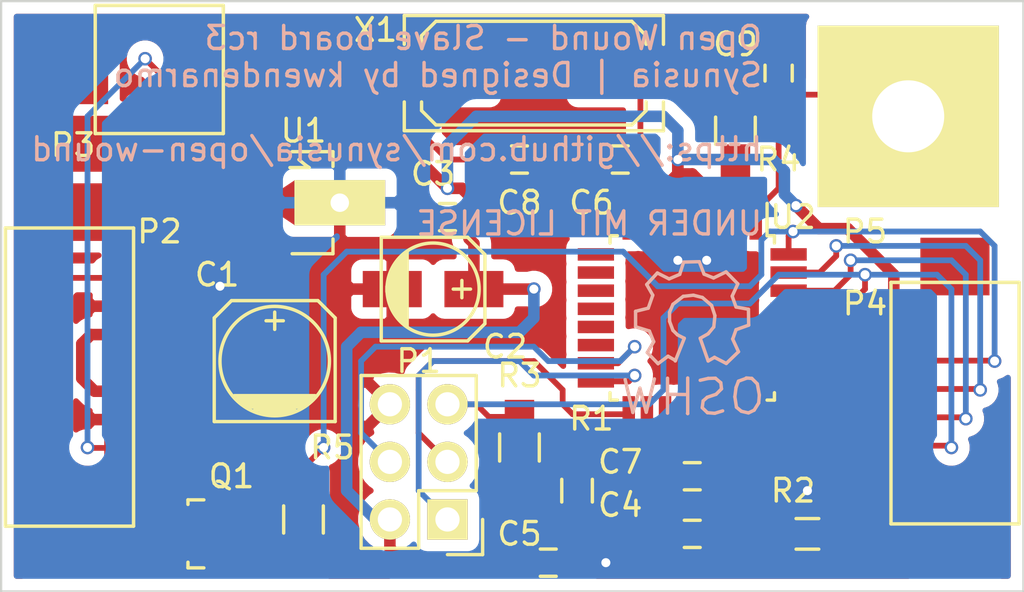
<source format=kicad_pcb>
(kicad_pcb (version 4) (host pcbnew 0.201505222246+5678~23~ubuntu14.04.1-product)
  (title_block (title "Open wound") (date "24 may 2015") (rev rc3) (company Synusia) (comment 1 "Under MIT License") (comment 4 "Slave layout"))
  (layers (0 F.Cu signal hide) (31 B.Cu signal hide) (34 B.Paste user hide) (35 F.Paste user hide) (36 B.SilkS user) (37 F.SilkS user hide) (38 B.Mask user hide) (39 F.Mask user hide) (44 Edge.Cuts user))
  (net 0 "")
  (net 1 VCC)
  (net 2 GND)
  (net 3 +5V)
  (net 4 +5VA)
  (net 5 GNDA)
  (net 6 "Net-(C6-Pad1)")
  (net 7 "Net-(C7-Pad1)")
  (net 8 "Net-(C8-Pad1)")
  (net 9 "Net-(C9-Pad1)")
  (net 10 "Net-(P1-Pad1)")
  (net 11 "Net-(P1-Pad3)")
  (net 12 "Net-(P1-Pad4)")
  (net 13 "Net-(P1-Pad5)")
  (net 14 "Net-(P2-Pad8)")
  (net 15 "Net-(P2-Pad2)")
  (net 16 "Net-(P4-Pad4)")
  (net 17 "Net-(P4-Pad3)")
  (net 18 "Net-(P4-Pad2)")
  (net 19 "Net-(Q1-Pad1)")
  (net 20 "Net-(R4-Pad2)")
  (net 21 "Net-(U2-Pad9)")
  (net 22 "Net-(U2-Pad10)")
  (net 23 "Net-(U2-Pad11)")
  (net 24 "Net-(U2-Pad12)")
  (net 25 "Net-(U2-Pad13)")
  (net 26 "Net-(U2-Pad14)")
  (net 27 "Net-(U2-Pad19)")
  (net 28 "Net-(U2-Pad22)")
  (net 29 "Net-(U2-Pad23)")
  (net 30 "Net-(U2-Pad24)")
  (net 31 "Net-(U2-Pad25)")
  (net 32 "Net-(U2-Pad26)")
  (net 33 "Net-(U2-Pad27)")
  (net 34 "Net-(U2-Pad28)")
  (module Capacitors_SMD:c_elec_5x5.3 (layer F.Cu) (at 139.065 105.41 90)
    (fp_text reference C1 (at 3.81 -2.54 180) (layer F.SilkS))
    (fp_text value 10uF hide)
    (fp_line (start -2.286 -0.635) (end -2.286 0.762) (layer F.SilkS) (width 0.15))
    (fp_line (start -2.159 -0.889) (end -2.159 0.889) (layer F.SilkS) (width 0.15))
    (fp_line (start -2.032 -1.27) (end -2.032 1.27) (layer F.SilkS) (width 0.15))
    (fp_line (start -1.905 1.397) (end -1.905 -1.397) (layer F.SilkS) (width 0.15))
    (fp_line (start -1.778 -1.524) (end -1.778 1.524) (layer F.SilkS) (width 0.15))
    (fp_line (start -1.651 1.651) (end -1.651 -1.651) (layer F.SilkS) (width 0.15))
    (fp_line (start -1.524 -1.778) (end -1.524 1.778) (layer F.SilkS) (width 0.15))
    (fp_circle (center 0 0) (end -2.413 0) (layer F.SilkS) (width 0.15))
    (fp_line (start -2.667 -2.667) (end 1.905 -2.667) (layer F.SilkS) (width 0.15))
    (fp_line (start 1.905 -2.667) (end 2.667 -1.905) (layer F.SilkS) (width 0.15))
    (fp_line (start 2.667 -1.905) (end 2.667 1.905) (layer F.SilkS) (width 0.15))
    (fp_line (start 2.667 1.905) (end 1.905 2.667) (layer F.SilkS) (width 0.15))
    (fp_line (start 1.905 2.667) (end -2.667 2.667) (layer F.SilkS) (width 0.15))
    (fp_line (start -2.667 2.667) (end -2.667 -2.667) (layer F.SilkS) (width 0.15))
    (fp_line (start 2.159 0) (end 1.397 0) (layer F.SilkS) (width 0.15))
    (fp_line (start 1.778 -0.381) (end 1.778 0.381) (layer F.SilkS) (width 0.15))
    (pad 1 smd rect (at 2.19964 0 90) (size 2.99974 1.6002) (layers F.Cu F.Paste F.Mask) (net 1 VCC))
    (pad 2 smd rect (at -2.19964 0 90) (size 2.99974 1.6002) (layers F.Cu F.Paste F.Mask) (net 2 GND))
  )
  (module Capacitors_SMD:c_elec_4x5.3 (layer F.Cu) (at 146.05 102.235)
    (fp_text reference C2 (at 3.175 2.54) (layer F.SilkS))
    (fp_text value 1uF hide)
    (fp_line (start 1.651 0) (end 0.889 0) (layer F.SilkS) (width 0.15))
    (fp_line (start 1.27 -0.381) (end 1.27 0.381) (layer F.SilkS) (width 0.15))
    (fp_line (start 1.524 2.286) (end -2.286 2.286) (layer F.SilkS) (width 0.15))
    (fp_line (start 2.286 -1.524) (end 2.286 1.524) (layer F.SilkS) (width 0.15))
    (fp_line (start 1.524 2.286) (end 2.286 1.524) (layer F.SilkS) (width 0.15))
    (fp_line (start 1.524 -2.286) (end -2.286 -2.286) (layer F.SilkS) (width 0.15))
    (fp_line (start 1.524 -2.286) (end 2.286 -1.524) (layer F.SilkS) (width 0.15))
    (fp_line (start -2.032 0.127) (end -2.032 -0.127) (layer F.SilkS) (width 0.15))
    (fp_line (start -1.905 -0.635) (end -1.905 0.635) (layer F.SilkS) (width 0.15))
    (fp_line (start -1.778 0.889) (end -1.778 -0.889) (layer F.SilkS) (width 0.15))
    (fp_line (start -1.651 1.143) (end -1.651 -1.143) (layer F.SilkS) (width 0.15))
    (fp_line (start -1.524 -1.27) (end -1.524 1.27) (layer F.SilkS) (width 0.15))
    (fp_line (start -1.397 1.397) (end -1.397 -1.397) (layer F.SilkS) (width 0.15))
    (fp_line (start -1.27 -1.524) (end -1.27 1.524) (layer F.SilkS) (width 0.15))
    (fp_line (start -1.143 -1.651) (end -1.143 1.651) (layer F.SilkS) (width 0.15))
    (fp_circle (center 0 0) (end -2.032 0) (layer F.SilkS) (width 0.15))
    (fp_line (start -2.286 -2.286) (end -2.286 2.286) (layer F.SilkS) (width 0.15))
    (pad 1 smd rect (at 1.80086 0) (size 2.60096 1.6002) (layers F.Cu F.Paste F.Mask) (net 3 +5V))
    (pad 2 smd rect (at -1.80086 0) (size 2.60096 1.6002) (layers F.Cu F.Paste F.Mask) (net 2 GND))
  )
  (module Capacitors_SMD:C_0603_HandSoldering (layer F.Cu) (at 146.685 99.06 180)
    (fp_text reference C3 (at 0.635 1.905 180) (layer F.SilkS))
    (fp_text value 10nF hide)
    (fp_line (start -0.35 -0.6) (end 0.35 -0.6) (layer F.SilkS) (width 0.15))
    (fp_line (start 0.35 0.6) (end -0.35 0.6) (layer F.SilkS) (width 0.15))
    (pad 1 smd rect (at -0.95 0 180) (size 1.2 0.75) (layers F.Cu F.Paste F.Mask) (net 3 +5V))
    (pad 2 smd rect (at 0.95 0 180) (size 1.2 0.75) (layers F.Cu F.Paste F.Mask) (net 2 GND))
  )
  (module Capacitors_SMD:C_0603_HandSoldering (layer F.Cu) (at 157.48 113.03)
    (fp_text reference C4 (at -3.175 -1.27) (layer F.SilkS))
    (fp_text value 100nF hide)
    (fp_line (start -0.35 -0.6) (end 0.35 -0.6) (layer F.SilkS) (width 0.15))
    (fp_line (start 0.35 0.6) (end -0.35 0.6) (layer F.SilkS) (width 0.15))
    (pad 1 smd rect (at -0.95 0) (size 1.2 0.75) (layers F.Cu F.Paste F.Mask) (net 4 +5VA))
    (pad 2 smd rect (at 0.95 0) (size 1.2 0.75) (layers F.Cu F.Paste F.Mask) (net 5 GNDA))
  )
  (module Capacitors_SMD:C_0603_HandSoldering (layer F.Cu) (at 151.13 114.3)
    (fp_text reference C5 (at -1.27 -1.27) (layer F.SilkS))
    (fp_text value 100nF hide)
    (fp_line (start -0.35 -0.6) (end 0.35 -0.6) (layer F.SilkS) (width 0.15))
    (fp_line (start 0.35 0.6) (end -0.35 0.6) (layer F.SilkS) (width 0.15))
    (pad 1 smd rect (at -0.95 0) (size 1.2 0.75) (layers F.Cu F.Paste F.Mask) (net 3 +5V))
    (pad 2 smd rect (at 0.95 0) (size 1.2 0.75) (layers F.Cu F.Paste F.Mask) (net 2 GND))
  )
  (module Capacitors_SMD:C_0603_HandSoldering (layer F.Cu) (at 154.305 96.52 180)
    (fp_text reference C6 (at 1.27 -1.905 180) (layer F.SilkS))
    (fp_text value 22pF hide)
    (fp_line (start -0.35 -0.6) (end 0.35 -0.6) (layer F.SilkS) (width 0.15))
    (fp_line (start 0.35 0.6) (end -0.35 0.6) (layer F.SilkS) (width 0.15))
    (pad 1 smd rect (at -0.95 0 180) (size 1.2 0.75) (layers F.Cu F.Paste F.Mask) (net 6 "Net-(C6-Pad1)"))
    (pad 2 smd rect (at 0.95 0 180) (size 1.2 0.75) (layers F.Cu F.Paste F.Mask) (net 2 GND))
  )
  (module Capacitors_SMD:C_0603_HandSoldering (layer F.Cu) (at 157.48 110.49)
    (fp_text reference C7 (at -3.175 -0.635) (layer F.SilkS))
    (fp_text value 100nF hide)
    (fp_line (start -0.35 -0.6) (end 0.35 -0.6) (layer F.SilkS) (width 0.15))
    (fp_line (start 0.35 0.6) (end -0.35 0.6) (layer F.SilkS) (width 0.15))
    (pad 1 smd rect (at -0.95 0) (size 1.2 0.75) (layers F.Cu F.Paste F.Mask) (net 7 "Net-(C7-Pad1)"))
    (pad 2 smd rect (at 0.95 0) (size 1.2 0.75) (layers F.Cu F.Paste F.Mask) (net 5 GNDA))
  )
  (module Capacitors_SMD:C_0603_HandSoldering (layer F.Cu) (at 149.86 96.52)
    (fp_text reference C8 (at 0 1.905) (layer F.SilkS))
    (fp_text value 22pF hide)
    (fp_line (start -0.35 -0.6) (end 0.35 -0.6) (layer F.SilkS) (width 0.15))
    (fp_line (start 0.35 0.6) (end -0.35 0.6) (layer F.SilkS) (width 0.15))
    (pad 1 smd rect (at -0.95 0) (size 1.2 0.75) (layers F.Cu F.Paste F.Mask) (net 8 "Net-(C8-Pad1)"))
    (pad 2 smd rect (at 0.95 0) (size 1.2 0.75) (layers F.Cu F.Paste F.Mask) (net 2 GND))
  )
  (module Capacitors_SMD:C_0603_HandSoldering (layer F.Cu) (at 161.29 92.71 90)
    (fp_text reference C9 (at 1.27 -1.905 180) (layer F.SilkS))
    (fp_text value 100pF hide)
    (fp_line (start -0.35 -0.6) (end 0.35 -0.6) (layer F.SilkS) (width 0.15))
    (fp_line (start 0.35 0.6) (end -0.35 0.6) (layer F.SilkS) (width 0.15))
    (pad 1 smd rect (at -0.95 0 90) (size 1.2 0.75) (layers F.Cu F.Paste F.Mask) (net 9 "Net-(C9-Pad1)"))
    (pad 2 smd rect (at 0.95 0 90) (size 1.2 0.75) (layers F.Cu F.Paste F.Mask) (net 2 GND))
  )
  (module Pin_Headers:Pin_Header_Straight_2x03 (layer F.Cu) (at 146.685 112.395 180)
    (fp_text reference P1 (at 1.27 6.985 180) (layer F.SilkS))
    (fp_text value AVRISP hide)
    (fp_line (start -1.27 1.27) (end -1.27 6.35) (layer F.SilkS) (width 0.15))
    (fp_line (start -1.55 -1.55) (end 0 -1.55) (layer F.SilkS) (width 0.15))
    (fp_line (start 1.27 -1.27) (end 1.27 1.27) (layer F.SilkS) (width 0.15))
    (fp_line (start 1.27 1.27) (end -1.27 1.27) (layer F.SilkS) (width 0.15))
    (fp_line (start -1.27 6.35) (end 3.81 6.35) (layer F.SilkS) (width 0.15))
    (fp_line (start 3.81 6.35) (end 3.81 1.27) (layer F.SilkS) (width 0.15))
    (fp_line (start -1.55 -1.55) (end -1.55 0) (layer F.SilkS) (width 0.15))
    (fp_line (start 3.81 -1.27) (end 1.27 -1.27) (layer F.SilkS) (width 0.15))
    (fp_line (start 3.81 1.27) (end 3.81 -1.27) (layer F.SilkS) (width 0.15))
    (pad 1 thru_hole rect (at 0 0 180) (size 1.778 1.778) (drill 1.0668) (layers *.Cu *.Mask F.SilkS) (net 10 "Net-(P1-Pad1)"))
    (pad 2 thru_hole circle (at 2.54 0 180) (size 1.778 1.778) (drill 1.0668) (layers *.Cu *.Mask F.SilkS) (net 3 +5V))
    (pad 3 thru_hole circle (at 0 2.54 180) (size 1.778 1.778) (drill 1.0668) (layers *.Cu *.Mask F.SilkS) (net 11 "Net-(P1-Pad3)"))
    (pad 4 thru_hole circle (at 2.54 2.54 180) (size 1.778 1.778) (drill 1.0668) (layers *.Cu *.Mask F.SilkS) (net 12 "Net-(P1-Pad4)"))
    (pad 5 thru_hole circle (at 0 5.08 180) (size 1.778 1.778) (drill 1.0668) (layers *.Cu *.Mask F.SilkS) (net 13 "Net-(P1-Pad5)"))
    (pad 6 thru_hole circle (at 2.54 5.08 180) (size 1.778 1.778) (drill 1.0668) (layers *.Cu *.Mask F.SilkS) (net 2 GND))
  )
  (module asrdi-conn:IL-Z-8PL-SMTYE (layer F.Cu) (at 133.35 110.49 180)
    (fp_text reference P2 (at -0.635 10.795 180) (layer F.SilkS))
    (fp_text value IO hide)
    (fp_line (start 0.51 -2.2) (end 6.16 -2.2) (layer F.SilkS) (width 0.1524))
    (fp_line (start 0.51 10.95) (end 0.51 -2.2) (layer F.SilkS) (width 0.1524))
    (fp_line (start 6.16 -2.2) (end 6.16 10.95) (layer F.SilkS) (width 0.1524))
    (fp_line (start 0.51 10.95) (end 6.16 10.95) (layer F.SilkS) (width 0.1524))
    (pad 0 smd rect (at 3.33 11.65 180) (size 3.048 2.54) (layers F.Cu F.Paste F.Mask))
    (pad 8 smd rect (at 0 8.75 180) (size 3.6068 0.8128) (layers F.Cu F.Paste F.Mask) (net 14 "Net-(P2-Pad8)"))
    (pad 7 smd rect (at 0 7.5 180) (size 3.6068 0.8128) (layers F.Cu F.Paste F.Mask) (net 2 GND))
    (pad 6 smd rect (at 0 6.25 180) (size 3.6068 0.8128) (layers F.Cu F.Paste F.Mask) (net 1 VCC))
    (pad 5 smd rect (at 0 5 180) (size 3.6068 0.8128) (layers F.Cu F.Paste F.Mask) (net 2 GND))
    (pad 4 smd rect (at 0 3.75 180) (size 3.6068 0.8128) (layers F.Cu F.Paste F.Mask) (net 1 VCC))
    (pad 3 smd rect (at 0 2.5 180) (size 3.6068 0.8128) (layers F.Cu F.Paste F.Mask) (net 2 GND))
    (pad 2 smd rect (at 0 1.25 180) (size 3.6068 0.8128) (layers F.Cu F.Paste F.Mask) (net 15 "Net-(P2-Pad2)"))
    (pad 1 smd rect (at 0 0 180) (size 3.6068 0.8128) (layers F.Cu F.Paste F.Mask) (net 2 GND))
    (pad 0 smd rect (at 3.33 -2.9 180) (size 3.048 2.54) (layers F.Cu F.Paste F.Mask))
  )
  (module asrdi-conn:IL-Z-2PL-SMTYE (layer F.Cu) (at 133.35 95.885 90)
    (fp_text reference P3 (at 0 -3.175 180) (layer F.SilkS))
    (fp_text value PIEZO hide)
    (fp_line (start 0.51 -2.2) (end 6.16 -2.2) (layer F.SilkS) (width 0.1524))
    (fp_line (start 0.51 3.45) (end 0.51 -2.2) (layer F.SilkS) (width 0.1524))
    (fp_line (start 6.16 -2.2) (end 6.16 3.45) (layer F.SilkS) (width 0.1524))
    (fp_line (start 0.51 3.45) (end 6.16 3.45) (layer F.SilkS) (width 0.1524))
    (pad 0 smd rect (at 3.33 4.15 90) (size 3.048 2.54) (layers F.Cu F.Paste F.Mask))
    (pad 2 smd rect (at 0 1.25 90) (size 3.6068 0.8128) (layers F.Cu F.Paste F.Mask) (net 15 "Net-(P2-Pad2)"))
    (pad 1 smd rect (at 0 0 90) (size 3.6068 0.8128) (layers F.Cu F.Paste F.Mask) (net 2 GND))
    (pad 0 smd rect (at 3.33 -2.9 90) (size 3.048 2.54) (layers F.Cu F.Paste F.Mask))
  )
  (module asrdi-conn:IL-Z-6PL-SMTYE (layer F.Cu) (at 165.735 104.14)
    (fp_text reference P4 (at -0.635 -1.27) (layer F.SilkS))
    (fp_text value DEBUG hide)
    (fp_line (start 0.51 -2.2) (end 6.16 -2.2) (layer F.SilkS) (width 0.1524))
    (fp_line (start 0.51 -2.2) (end 0.51 8.45) (layer F.SilkS) (width 0.1524))
    (fp_line (start 6.16 -2.2) (end 6.16 8.45) (layer F.SilkS) (width 0.1524))
    (fp_line (start 6.16 8.45) (end 0.51 8.45) (layer F.SilkS) (width 0.1524))
    (pad 0 smd rect (at 3.33 -2.9) (size 3.048 2.54) (layers F.Cu F.Paste F.Mask))
    (pad 6 smd rect (at 0 6.25) (size 3.6068 0.8128) (layers F.Cu F.Paste F.Mask) (net 2 GND))
    (pad 5 smd rect (at 0 5) (size 3.6068 0.8128) (layers F.Cu F.Paste F.Mask) (net 13 "Net-(P1-Pad5)"))
    (pad 4 smd rect (at 0 3.75) (size 3.6068 0.8128) (layers F.Cu F.Paste F.Mask) (net 16 "Net-(P4-Pad4)"))
    (pad 3 smd rect (at 0 2.5) (size 3.6068 0.8128) (layers F.Cu F.Paste F.Mask) (net 17 "Net-(P4-Pad3)"))
    (pad 2 smd rect (at 0 1.25) (size 3.6068 0.8128) (layers F.Cu F.Paste F.Mask) (net 18 "Net-(P4-Pad2)"))
    (pad 1 smd rect (at 0 0) (size 3.6068 0.8128) (layers F.Cu F.Paste F.Mask) (net 3 +5V))
    (pad 0 smd rect (at 3.33 9.15) (size 3.048 2.54) (layers F.Cu F.Paste F.Mask))
  )
  (module Wire_Pads:SolderWirePad_single_2mmDrill (layer F.Cu) (at 167.005 94.615)
    (fp_text reference P5 (at -1.905 5.08) (layer F.SilkS))
    (fp_text value SENSE hide)
    (pad 1 thru_hole rect (at 0 0) (size 8.001 8.001) (drill 3.175) (layers *.Cu *.Mask F.SilkS) (net 9 "Net-(C9-Pad1)"))
  )
  (module Housings_SOT-23_SOT-143_TSOT-6:SOT-23_Handsoldering (layer F.Cu) (at 135.89 113.03 90)
    (fp_text reference Q1 (at 2.54 1.27 180) (layer F.SilkS))
    (fp_text value BC847 hide)
    (fp_line (start -1.49982 0.0508) (end -1.49982 -0.65024) (layer F.SilkS) (width 0.15))
    (fp_line (start -1.49982 -0.65024) (end -1.2509 -0.65024) (layer F.SilkS) (width 0.15))
    (fp_line (start 1.29916 -0.65024) (end 1.49982 -0.65024) (layer F.SilkS) (width 0.15))
    (fp_line (start 1.49982 -0.65024) (end 1.49982 0.0508) (layer F.SilkS) (width 0.15))
    (pad 1 smd rect (at -0.95 1.50114 90) (size 0.8001 1.80086) (layers F.Cu F.Paste F.Mask) (net 19 "Net-(Q1-Pad1)"))
    (pad 2 smd rect (at 0.95 1.50114 90) (size 0.8001 1.80086) (layers F.Cu F.Paste F.Mask) (net 2 GND))
    (pad 3 smd rect (at 0 -1.50114 90) (size 0.8001 1.80086) (layers F.Cu F.Paste F.Mask) (net 14 "Net-(P2-Pad8)"))
  )
  (module Resistors_SMD:R_0603_HandSoldering (layer F.Cu) (at 152.4 111.125 270)
    (fp_text reference R1 (at -3.175 -0.635 360) (layer F.SilkS))
    (fp_text value 10r hide)
    (fp_line (start 0.5 0.675) (end -0.5 0.675) (layer F.SilkS) (width 0.15))
    (fp_line (start -0.5 -0.675) (end 0.5 -0.675) (layer F.SilkS) (width 0.15))
    (pad 1 smd rect (at -1.1 0 270) (size 1.2 0.9) (layers F.Cu F.Paste F.Mask) (net 3 +5V))
    (pad 2 smd rect (at 1.1 0 270) (size 1.2 0.9) (layers F.Cu F.Paste F.Mask) (net 4 +5VA))
  )
  (module Resistors_SMD:R_0603_HandSoldering (layer F.Cu) (at 162.56 113.03 180)
    (fp_text reference R2 (at 0.635 1.905 180) (layer F.SilkS))
    (fp_text value 10r hide)
    (fp_line (start 0.5 0.675) (end -0.5 0.675) (layer F.SilkS) (width 0.15))
    (fp_line (start -0.5 -0.675) (end 0.5 -0.675) (layer F.SilkS) (width 0.15))
    (pad 1 smd rect (at -1.1 0 180) (size 1.2 0.9) (layers F.Cu F.Paste F.Mask) (net 2 GND))
    (pad 2 smd rect (at 1.1 0 180) (size 1.2 0.9) (layers F.Cu F.Paste F.Mask) (net 5 GNDA))
  )
  (module Resistors_SMD:R_0805_HandSoldering (layer F.Cu) (at 149.86 109.22 90)
    (fp_text reference R3 (at 3.175 0 180) (layer F.SilkS))
    (fp_text value 10k hide)
    (fp_line (start 0.6 0.875) (end -0.6 0.875) (layer F.SilkS) (width 0.15))
    (fp_line (start -0.6 -0.875) (end 0.6 -0.875) (layer F.SilkS) (width 0.15))
    (pad 1 smd rect (at -1.35 0 90) (size 1.5 1.3) (layers F.Cu F.Paste F.Mask) (net 3 +5V))
    (pad 2 smd rect (at 1.35 0 90) (size 1.5 1.3) (layers F.Cu F.Paste F.Mask) (net 13 "Net-(P1-Pad5)"))
  )
  (module Resistors_SMD:R_0805_HandSoldering (layer F.Cu) (at 159.385 95.25 270)
    (fp_text reference R4 (at 1.27 -1.905 360) (layer F.SilkS))
    (fp_text value 1M hide)
    (fp_line (start 0.6 0.875) (end -0.6 0.875) (layer F.SilkS) (width 0.15))
    (fp_line (start -0.6 -0.875) (end 0.6 -0.875) (layer F.SilkS) (width 0.15))
    (pad 1 smd rect (at -1.35 0 270) (size 1.5 1.3) (layers F.Cu F.Paste F.Mask) (net 9 "Net-(C9-Pad1)"))
    (pad 2 smd rect (at 1.35 0 270) (size 1.5 1.3) (layers F.Cu F.Paste F.Mask) (net 20 "Net-(R4-Pad2)"))
  )
  (module Resistors_SMD:R_0805_HandSoldering (layer F.Cu) (at 140.335 112.395 270)
    (fp_text reference R5 (at -3.175 -1.27 360) (layer F.SilkS))
    (fp_text value 2k2 hide)
    (fp_line (start 0.6 0.875) (end -0.6 0.875) (layer F.SilkS) (width 0.15))
    (fp_line (start -0.6 -0.875) (end 0.6 -0.875) (layer F.SilkS) (width 0.15))
    (pad 1 smd rect (at -1.35 0 270) (size 1.5 1.3) (layers F.Cu F.Paste F.Mask) (net 18 "Net-(P4-Pad2)"))
    (pad 2 smd rect (at 1.35 0 270) (size 1.5 1.3) (layers F.Cu F.Paste F.Mask) (net 19 "Net-(Q1-Pad1)"))
  )
  (module Housings_SOT-89:SOT89-3_Housing_Handsoldering (layer F.Cu) (at 140.335 98.425 270)
    (fp_text reference U1 (at -3.175 0 360) (layer F.SilkS))
    (fp_text value LM78L05ACZ hide)
    (fp_line (start -1.89992 0.20066) (end -1.651 -0.09906) (layer F.SilkS) (width 0.15))
    (fp_line (start -1.651 -0.09906) (end -1.5494 -0.24892) (layer F.SilkS) (width 0.15))
    (fp_line (start -1.5494 -0.24892) (end -1.5494 0.59944) (layer F.SilkS) (width 0.15))
    (fp_line (start -2.25044 -1.30048) (end -2.25044 0.50038) (layer F.SilkS) (width 0.15))
    (fp_line (start -2.25044 -1.30048) (end -1.6002 -1.30048) (layer F.SilkS) (width 0.15))
    (fp_line (start 2.25044 -1.30048) (end 2.25044 0.50038) (layer F.SilkS) (width 0.15))
    (fp_line (start 2.25044 -1.30048) (end 1.6002 -1.30048) (layer F.SilkS) (width 0.15))
    (pad 1 smd rect (at -1.50114 2.35204 270) (size 1.00076 2.5019) (layers F.Cu F.Paste F.Mask) (net 3 +5V))
    (pad 2 smd rect (at 0 2.35204 270) (size 1.00076 2.5019) (layers F.Cu F.Paste F.Mask) (net 2 GND))
    (pad 3 smd rect (at 1.50114 2.35204 270) (size 1.00076 2.5019) (layers F.Cu F.Paste F.Mask) (net 1 VCC))
    (pad 2 thru_hole rect (at 0 -1.6002 270) (size 1.99898 4.0005) (drill 0.8128) (layers *.Cu *.Mask F.SilkS) (net 2 GND))
    (pad 2 smd trapezoid (at 0 0.7493 90) (size 1.50114 0.7493) (rect_delta 0 0.50038) (layers F.Cu F.Paste F.Mask) (net 2 GND))
  )
  (module Housings_QFP:TQFP-32_7x7mm_Pitch0.8mm (layer F.Cu) (at 157.48 103.505 270)
    (fp_text reference U2 (at -4.445 -4.445 360) (layer F.SilkS))
    (fp_text value ATMEGA328P-A hide)
    (fp_line (start -3.625 -3.625) (end -3.625 -3.3) (layer F.SilkS) (width 0.15))
    (fp_line (start 3.625 -3.625) (end 3.625 -3.3) (layer F.SilkS) (width 0.15))
    (fp_line (start 3.625 3.625) (end 3.625 3.3) (layer F.SilkS) (width 0.15))
    (fp_line (start -3.625 3.625) (end -3.625 3.3) (layer F.SilkS) (width 0.15))
    (fp_line (start -3.625 -3.625) (end -3.3 -3.625) (layer F.SilkS) (width 0.15))
    (fp_line (start -3.625 3.625) (end -3.3 3.625) (layer F.SilkS) (width 0.15))
    (fp_line (start 3.625 3.625) (end 3.3 3.625) (layer F.SilkS) (width 0.15))
    (fp_line (start 3.625 -3.625) (end 3.3 -3.625) (layer F.SilkS) (width 0.15))
    (fp_line (start -3.625 -3.3) (end -5.05 -3.3) (layer F.SilkS) (width 0.15))
    (pad 1 smd rect (at -4.25 -2.8 270) (size 1.6 0.55) (layers F.Cu F.Paste F.Mask) (net 9 "Net-(C9-Pad1)"))
    (pad 2 smd rect (at -4.25 -2 270) (size 1.6 0.55) (layers F.Cu F.Paste F.Mask) (net 20 "Net-(R4-Pad2)"))
    (pad 3 smd rect (at -4.25 -1.2 270) (size 1.6 0.55) (layers F.Cu F.Paste F.Mask) (net 2 GND))
    (pad 4 smd rect (at -4.25 -0.4 270) (size 1.6 0.55) (layers F.Cu F.Paste F.Mask) (net 3 +5V))
    (pad 5 smd rect (at -4.25 0.4 270) (size 1.6 0.55) (layers F.Cu F.Paste F.Mask) (net 2 GND))
    (pad 6 smd rect (at -4.25 1.2 270) (size 1.6 0.55) (layers F.Cu F.Paste F.Mask) (net 3 +5V))
    (pad 7 smd rect (at -4.25 2 270) (size 1.6 0.55) (layers F.Cu F.Paste F.Mask) (net 6 "Net-(C6-Pad1)"))
    (pad 8 smd rect (at -4.25 2.8 270) (size 1.6 0.55) (layers F.Cu F.Paste F.Mask) (net 8 "Net-(C8-Pad1)"))
    (pad 9 smd rect (at -2.8 4.25) (size 1.6 0.55) (layers F.Cu F.Paste F.Mask) (net 21 "Net-(U2-Pad9)"))
    (pad 10 smd rect (at -2 4.25) (size 1.6 0.55) (layers F.Cu F.Paste F.Mask) (net 22 "Net-(U2-Pad10)"))
    (pad 11 smd rect (at -1.2 4.25) (size 1.6 0.55) (layers F.Cu F.Paste F.Mask) (net 23 "Net-(U2-Pad11)"))
    (pad 12 smd rect (at -0.4 4.25) (size 1.6 0.55) (layers F.Cu F.Paste F.Mask) (net 24 "Net-(U2-Pad12)"))
    (pad 13 smd rect (at 0.4 4.25) (size 1.6 0.55) (layers F.Cu F.Paste F.Mask) (net 25 "Net-(U2-Pad13)"))
    (pad 14 smd rect (at 1.2 4.25) (size 1.6 0.55) (layers F.Cu F.Paste F.Mask) (net 26 "Net-(U2-Pad14)"))
    (pad 15 smd rect (at 2 4.25) (size 1.6 0.55) (layers F.Cu F.Paste F.Mask) (net 12 "Net-(P1-Pad4)"))
    (pad 16 smd rect (at 2.8 4.25) (size 1.6 0.55) (layers F.Cu F.Paste F.Mask) (net 10 "Net-(P1-Pad1)"))
    (pad 17 smd rect (at 4.25 2.8 270) (size 1.6 0.55) (layers F.Cu F.Paste F.Mask) (net 11 "Net-(P1-Pad3)"))
    (pad 18 smd rect (at 4.25 2 270) (size 1.6 0.55) (layers F.Cu F.Paste F.Mask) (net 4 +5VA))
    (pad 19 smd rect (at 4.25 1.2 270) (size 1.6 0.55) (layers F.Cu F.Paste F.Mask) (net 27 "Net-(U2-Pad19)"))
    (pad 20 smd rect (at 4.25 0.4 270) (size 1.6 0.55) (layers F.Cu F.Paste F.Mask) (net 7 "Net-(C7-Pad1)"))
    (pad 21 smd rect (at 4.25 -0.4 270) (size 1.6 0.55) (layers F.Cu F.Paste F.Mask) (net 5 GNDA))
    (pad 22 smd rect (at 4.25 -1.2 270) (size 1.6 0.55) (layers F.Cu F.Paste F.Mask) (net 28 "Net-(U2-Pad22)"))
    (pad 23 smd rect (at 4.25 -2 270) (size 1.6 0.55) (layers F.Cu F.Paste F.Mask) (net 29 "Net-(U2-Pad23)"))
    (pad 24 smd rect (at 4.25 -2.8 270) (size 1.6002 0.5588) (layers F.Cu F.Paste F.Mask) (net 30 "Net-(U2-Pad24)"))
    (pad 25 smd rect (at 2.8 -4.25) (size 1.6 0.55) (layers F.Cu F.Paste F.Mask) (net 31 "Net-(U2-Pad25)"))
    (pad 26 smd rect (at 2 -4.25) (size 1.6 0.55) (layers F.Cu F.Paste F.Mask) (net 32 "Net-(U2-Pad26)"))
    (pad 27 smd rect (at 1.2 -4.25) (size 1.6 0.55) (layers F.Cu F.Paste F.Mask) (net 33 "Net-(U2-Pad27)"))
    (pad 28 smd rect (at 0.4 -4.25) (size 1.6 0.55) (layers F.Cu F.Paste F.Mask) (net 34 "Net-(U2-Pad28)"))
    (pad 29 smd rect (at -0.4 -4.25) (size 1.6 0.55) (layers F.Cu F.Paste F.Mask) (net 13 "Net-(P1-Pad5)"))
    (pad 30 smd rect (at -1.2 -4.25) (size 1.6 0.55) (layers F.Cu F.Paste F.Mask) (net 16 "Net-(P4-Pad4)"))
    (pad 31 smd rect (at -2 -4.25) (size 1.6 0.55) (layers F.Cu F.Paste F.Mask) (net 17 "Net-(P4-Pad3)"))
    (pad 32 smd rect (at -2.8 -4.25) (size 1.6 0.55) (layers F.Cu F.Paste F.Mask) (net 18 "Net-(P4-Pad2)"))
  )
  (module Crystals_Oscillators_SMD:Q_49U3HMS (layer F.Cu) (at 150.495 92.71)
    (fp_text reference X1 (at -6.985 -1.905) (layer F.SilkS))
    (fp_text value 16MHz hide)
    (fp_line (start -4.953 -1.651) (end -4.953 -1.27) (layer F.SilkS) (width 0.15))
    (fp_line (start -4.953 1.651) (end -4.953 1.27) (layer F.SilkS) (width 0.15))
    (fp_line (start 4.953 1.651) (end 4.953 1.27) (layer F.SilkS) (width 0.15))
    (fp_line (start 4.953 -1.651) (end 4.953 -1.27) (layer F.SilkS) (width 0.15))
    (fp_line (start 5.715 -2.54) (end 5.715 -1.27) (layer F.SilkS) (width 0.15))
    (fp_line (start 5.715 2.54) (end 5.715 1.27) (layer F.SilkS) (width 0.15))
    (fp_line (start -5.715 2.54) (end -5.715 1.27) (layer F.SilkS) (width 0.15))
    (fp_line (start -5.715 -2.54) (end -5.715 -1.27) (layer F.SilkS) (width 0.15))
    (fp_line (start -4.953 1.651) (end -4.318 2.286) (layer F.SilkS) (width 0.15))
    (fp_line (start -4.318 2.286) (end 4.318 2.286) (layer F.SilkS) (width 0.15))
    (fp_line (start 4.318 2.286) (end 4.953 1.651) (layer F.SilkS) (width 0.15))
    (fp_line (start 4.953 -1.651) (end 4.318 -2.286) (layer F.SilkS) (width 0.15))
    (fp_line (start 4.318 -2.286) (end -4.318 -2.286) (layer F.SilkS) (width 0.15))
    (fp_line (start -4.318 -2.286) (end -4.953 -1.651) (layer F.SilkS) (width 0.15))
    (fp_line (start 5.715 2.54) (end -5.715 2.54) (layer F.SilkS) (width 0.15))
    (fp_line (start -5.715 -2.54) (end 5.715 -2.54) (layer F.SilkS) (width 0.15))
    (pad 1 smd rect (at -4.699 0) (size 5.4991 1.99898) (layers F.Cu F.Paste F.Mask) (net 8 "Net-(C8-Pad1)"))
    (pad 2 smd rect (at 4.699 0) (size 5.4991 1.99898) (layers F.Cu F.Paste F.Mask) (net 6 "Net-(C6-Pad1)"))
  )
  (module Symbols:Symbol_OSHW-Logo_SilkScreen (layer B.Cu) (at 157.48 103.505 180)
    (fp_text reference REF** hide)
    (fp_text value Symbol_OSHW-Logo_SilkScreen)
    (fp_line (start 1.66878 -2.68986) (end 2.02946 -4.16052) (layer B.SilkS) (width 0.15))
    (fp_line (start 2.02946 -4.16052) (end 2.30886 -3.0988) (layer B.SilkS) (width 0.15))
    (fp_line (start 2.30886 -3.0988) (end 2.61874 -4.17068) (layer B.SilkS) (width 0.15))
    (fp_line (start 2.61874 -4.17068) (end 2.9591 -2.72034) (layer B.SilkS) (width 0.15))
    (fp_line (start 0.24892 -3.38074) (end 1.03886 -3.37058) (layer B.SilkS) (width 0.15))
    (fp_line (start 1.03886 -3.37058) (end 1.04902 -3.38074) (layer B.SilkS) (width 0.15))
    (fp_line (start 1.04902 -3.38074) (end 1.04902 -3.37058) (layer B.SilkS) (width 0.15))
    (fp_line (start 1.08966 -2.65938) (end 1.08966 -4.20116) (layer B.SilkS) (width 0.15))
    (fp_line (start 0.20066 -2.64922) (end 0.20066 -4.21894) (layer B.SilkS) (width 0.15))
    (fp_line (start 0.20066 -4.21894) (end 0.21082 -4.20878) (layer B.SilkS) (width 0.15))
    (fp_line (start -0.35052 -2.75082) (end -0.70104 -2.66954) (layer B.SilkS) (width 0.15))
    (fp_line (start -0.70104 -2.66954) (end -1.02108 -2.65938) (layer B.SilkS) (width 0.15))
    (fp_line (start -1.02108 -2.65938) (end -1.25984 -2.86004) (layer B.SilkS) (width 0.15))
    (fp_line (start -1.25984 -2.86004) (end -1.29032 -3.12928) (layer B.SilkS) (width 0.15))
    (fp_line (start -1.29032 -3.12928) (end -1.04902 -3.37058) (layer B.SilkS) (width 0.15))
    (fp_line (start -1.04902 -3.37058) (end -0.6604 -3.50012) (layer B.SilkS) (width 0.15))
    (fp_line (start -0.6604 -3.50012) (end -0.48006 -3.66014) (layer B.SilkS) (width 0.15))
    (fp_line (start -0.48006 -3.66014) (end -0.43942 -3.95986) (layer B.SilkS) (width 0.15))
    (fp_line (start -0.43942 -3.95986) (end -0.67056 -4.18084) (layer B.SilkS) (width 0.15))
    (fp_line (start -0.67056 -4.18084) (end -0.9906 -4.20878) (layer B.SilkS) (width 0.15))
    (fp_line (start -0.9906 -4.20878) (end -1.34112 -4.09956) (layer B.SilkS) (width 0.15))
    (fp_line (start -2.37998 -2.64922) (end -2.6289 -2.66954) (layer B.SilkS) (width 0.15))
    (fp_line (start -2.6289 -2.66954) (end -2.8702 -2.91084) (layer B.SilkS) (width 0.15))
    (fp_line (start -2.8702 -2.91084) (end -2.9591 -3.40106) (layer B.SilkS) (width 0.15))
    (fp_line (start -2.9591 -3.40106) (end -2.93116 -3.74904) (layer B.SilkS) (width 0.15))
    (fp_line (start -2.93116 -3.74904) (end -2.7305 -4.06908) (layer B.SilkS) (width 0.15))
    (fp_line (start -2.7305 -4.06908) (end -2.47904 -4.191) (layer B.SilkS) (width 0.15))
    (fp_line (start -2.47904 -4.191) (end -2.16916 -4.11988) (layer B.SilkS) (width 0.15))
    (fp_line (start -2.16916 -4.11988) (end -1.95072 -3.93954) (layer B.SilkS) (width 0.15))
    (fp_line (start -1.95072 -3.93954) (end -1.8796 -3.4798) (layer B.SilkS) (width 0.15))
    (fp_line (start -1.8796 -3.4798) (end -1.9304 -3.07086) (layer B.SilkS) (width 0.15))
    (fp_line (start -1.9304 -3.07086) (end -2.03962 -2.78892) (layer B.SilkS) (width 0.15))
    (fp_line (start -2.03962 -2.78892) (end -2.4003 -2.65938) (layer B.SilkS) (width 0.15))
    (fp_line (start -1.78054 -0.92964) (end -2.03962 -1.49098) (layer B.SilkS) (width 0.15))
    (fp_line (start -2.03962 -1.49098) (end -1.50114 -2.00914) (layer B.SilkS) (width 0.15))
    (fp_line (start -1.50114 -2.00914) (end -0.98044 -1.7399) (layer B.SilkS) (width 0.15))
    (fp_line (start -0.98044 -1.7399) (end -0.70104 -1.89992) (layer B.SilkS) (width 0.15))
    (fp_line (start 0.73914 -1.8796) (end 1.06934 -1.6891) (layer B.SilkS) (width 0.15))
    (fp_line (start 1.06934 -1.6891) (end 1.50876 -2.0193) (layer B.SilkS) (width 0.15))
    (fp_line (start 1.50876 -2.0193) (end 1.9812 -1.52908) (layer B.SilkS) (width 0.15))
    (fp_line (start 1.9812 -1.52908) (end 1.69926 -1.04902) (layer B.SilkS) (width 0.15))
    (fp_line (start 1.69926 -1.04902) (end 1.88976 -0.57912) (layer B.SilkS) (width 0.15))
    (fp_line (start 1.88976 -0.57912) (end 2.49936 -0.39116) (layer B.SilkS) (width 0.15))
    (fp_line (start 2.49936 -0.39116) (end 2.49936 0.28956) (layer B.SilkS) (width 0.15))
    (fp_line (start 2.49936 0.28956) (end 1.94056 0.42926) (layer B.SilkS) (width 0.15))
    (fp_line (start 1.94056 0.42926) (end 1.7399 1.00076) (layer B.SilkS) (width 0.15))
    (fp_line (start 1.7399 1.00076) (end 2.00914 1.47066) (layer B.SilkS) (width 0.15))
    (fp_line (start 2.00914 1.47066) (end 1.53924 1.9812) (layer B.SilkS) (width 0.15))
    (fp_line (start 1.53924 1.9812) (end 1.02108 1.71958) (layer B.SilkS) (width 0.15))
    (fp_line (start 1.02108 1.71958) (end 0.55118 1.92024) (layer B.SilkS) (width 0.15))
    (fp_line (start 0.55118 1.92024) (end 0.381 2.46126) (layer B.SilkS) (width 0.15))
    (fp_line (start 0.381 2.46126) (end -0.30988 2.47904) (layer B.SilkS) (width 0.15))
    (fp_line (start -0.30988 2.47904) (end -0.5207 1.9304) (layer B.SilkS) (width 0.15))
    (fp_line (start -0.5207 1.9304) (end -0.9398 1.76022) (layer B.SilkS) (width 0.15))
    (fp_line (start -0.9398 1.76022) (end -1.49098 2.02946) (layer B.SilkS) (width 0.15))
    (fp_line (start -1.49098 2.02946) (end -2.00914 1.50114) (layer B.SilkS) (width 0.15))
    (fp_line (start -2.00914 1.50114) (end -1.76022 0.96012) (layer B.SilkS) (width 0.15))
    (fp_line (start -1.76022 0.96012) (end -1.9304 0.48006) (layer B.SilkS) (width 0.15))
    (fp_line (start -1.9304 0.48006) (end -2.47904 0.381) (layer B.SilkS) (width 0.15))
    (fp_line (start -2.47904 0.381) (end -2.4892 -0.32004) (layer B.SilkS) (width 0.15))
    (fp_line (start -2.4892 -0.32004) (end -1.9304 -0.5207) (layer B.SilkS) (width 0.15))
    (fp_line (start -1.9304 -0.5207) (end -1.7907 -0.91948) (layer B.SilkS) (width 0.15))
    (fp_line (start 0.35052 -0.89916) (end 0.65024 -0.7493) (layer B.SilkS) (width 0.15))
    (fp_line (start 0.65024 -0.7493) (end 0.8509 -0.55118) (layer B.SilkS) (width 0.15))
    (fp_line (start 0.8509 -0.55118) (end 1.00076 -0.14986) (layer B.SilkS) (width 0.15))
    (fp_line (start 1.00076 -0.14986) (end 1.00076 0.24892) (layer B.SilkS) (width 0.15))
    (fp_line (start 1.00076 0.24892) (end 0.8509 0.59944) (layer B.SilkS) (width 0.15))
    (fp_line (start 0.8509 0.59944) (end 0.39878 0.94996) (layer B.SilkS) (width 0.15))
    (fp_line (start 0.39878 0.94996) (end -0.0508 1.00076) (layer B.SilkS) (width 0.15))
    (fp_line (start -0.0508 1.00076) (end -0.44958 0.89916) (layer B.SilkS) (width 0.15))
    (fp_line (start -0.44958 0.89916) (end -0.8509 0.55118) (layer B.SilkS) (width 0.15))
    (fp_line (start -0.8509 0.55118) (end -1.00076 0.09906) (layer B.SilkS) (width 0.15))
    (fp_line (start -1.00076 0.09906) (end -0.94996 -0.39878) (layer B.SilkS) (width 0.15))
    (fp_line (start -0.94996 -0.39878) (end -0.70104 -0.70104) (layer B.SilkS) (width 0.15))
    (fp_line (start -0.70104 -0.70104) (end -0.35052 -0.89916) (layer B.SilkS) (width 0.15))
    (fp_line (start -0.35052 -0.89916) (end -0.70104 -1.89992) (layer B.SilkS) (width 0.15))
    (fp_line (start 0.35052 -0.89916) (end 0.7493 -1.89992) (layer B.SilkS) (width 0.15))
  )
  (gr_text "Open Wound - Slave board rc3\nSynusia | Designed by kwendenarmo\n\nhttps://github.com/synusia/open-wound\n\nUNDER MIT LICENSE" (at 160.655 95.25) (layer B.SilkS) (effects (font (size 1.016 1.016) (thickness 0.1524)) (justify left mirror)))
  (gr_line (start 172.085 89.535) (end 172.085 115.57) (angle 90) (layer Edge.Cuts) (width 0.1))
  (gr_line (start 127 89.535) (end 172.085 89.535) (angle 90) (layer Edge.Cuts) (width 0.1))
  (gr_line (start 127 115.57) (end 127 89.535) (angle 90) (layer Edge.Cuts) (width 0.1))
  (gr_line (start 172.085 115.57) (end 127 115.57) (angle 90) (layer Edge.Cuts) (width 0.1))
  (segment (start 139.065 100.965) (end 139.065 103.21036) (width 0.508) (layer F.Cu) (net 1))
  (segment (start 138.02614 99.92614) (end 139.065 100.965) (width 0.508) (layer F.Cu) (net 1))
  (segment (start 137.98296 99.92614) (end 138.02614 99.92614) (width 0.508) (layer F.Cu) (net 1))
  (segment (start 137.07364 103.21036) (end 139.065 103.21036) (width 0.508) (layer F.Cu) (net 1))
  (segment (start 136.144 104.14) (end 137.07364 103.21036) (width 0.508) (layer F.Cu) (net 1))
  (segment (start 133.45 104.14) (end 136.144 104.14) (width 0.508) (layer F.Cu) (net 1))
  (segment (start 133.35 104.24) (end 133.45 104.14) (width 0.508) (layer F.Cu) (net 1))
  (segment (start 131.124 106.74) (end 130.556 106.172) (width 0.508) (layer F.Cu) (net 1))
  (segment (start 130.556 106.172) (end 130.556 104.648) (width 0.508) (layer F.Cu) (net 1))
  (segment (start 130.556 104.648) (end 130.964 104.24) (width 0.508) (layer F.Cu) (net 1))
  (segment (start 130.964 104.24) (end 133.35 104.24) (width 0.508) (layer F.Cu) (net 1))
  (segment (start 133.35 106.74) (end 131.124 106.74) (width 0.508) (layer F.Cu) (net 1))
  (segment (start 158.68 100.4) (end 158.115 100.965) (width 0.508) (layer F.Cu) (net 2))
  (via (at 158.115 100.965) (size 0.59944) (layers F.Cu B.Cu) (net 2))
  (segment (start 158.68 99.255) (end 158.68 100.4) (width 0.508) (layer F.Cu) (net 2))
  (segment (start 157.08 100.73) (end 156.845 100.965) (width 0.508) (layer F.Cu) (net 2))
  (via (at 156.845 100.965) (size 0.59944) (layers F.Cu B.Cu) (net 2))
  (segment (start 157.08 99.255) (end 157.08 100.73) (width 0.508) (layer F.Cu) (net 2))
  (segment (start 135.77 102.99) (end 136.652 102.108) (width 0.508) (layer F.Cu) (net 2))
  (via (at 136.652 102.108) (size 0.59944) (layers F.Cu B.Cu) (net 2))
  (segment (start 133.35 102.99) (end 135.77 102.99) (width 0.508) (layer F.Cu) (net 2))
  (via (at 153.67 114.3) (size 0.59944) (layers F.Cu B.Cu) (net 2))
  (segment (start 152.08 114.3) (end 153.67 114.3) (width 0.508) (layer F.Cu) (net 2))
  (segment (start 163.295 110.39) (end 162.56 111.125) (width 0.508) (layer F.Cu) (net 2))
  (via (at 162.56 111.125) (size 0.59944) (layers F.Cu B.Cu) (net 2))
  (segment (start 165.735 110.39) (end 163.295 110.39) (width 0.508) (layer F.Cu) (net 2))
  (segment (start 149.86 112.395) (end 150.18 112.715) (width 0.508) (layer F.Cu) (net 3))
  (segment (start 150.18 112.715) (end 150.18 114.3) (width 0.508) (layer F.Cu) (net 3))
  (segment (start 149.86 110.57) (end 149.86 112.395) (width 0.508) (layer F.Cu) (net 3))
  (segment (start 151.595 110.025) (end 151.05 110.57) (width 0.508) (layer F.Cu) (net 3))
  (segment (start 151.05 110.57) (end 149.86 110.57) (width 0.508) (layer F.Cu) (net 3))
  (segment (start 152.4 110.025) (end 151.595 110.025) (width 0.508) (layer F.Cu) (net 3))
  (segment (start 144.145 113.665) (end 144.78 114.3) (width 0.508) (layer F.Cu) (net 3))
  (segment (start 144.78 114.3) (end 150.18 114.3) (width 0.508) (layer F.Cu) (net 3))
  (segment (start 144.145 112.395) (end 144.145 113.665) (width 0.508) (layer F.Cu) (net 3))
  (segment (start 147.85086 100.22586) (end 147.85086 102.235) (width 0.508) (layer F.Cu) (net 3))
  (segment (start 147.635 100.01) (end 147.85086 100.22586) (width 0.508) (layer F.Cu) (net 3))
  (segment (start 147.635 99.06) (end 147.635 100.01) (width 0.508) (layer F.Cu) (net 3))
  (segment (start 139.29614 96.92386) (end 139.7 96.52) (width 0.508) (layer F.Cu) (net 3))
  (segment (start 139.7 96.52) (end 145.415 96.52) (width 0.508) (layer F.Cu) (net 3))
  (segment (start 145.415 96.52) (end 146.685 97.79) (width 0.508) (layer F.Cu) (net 3))
  (segment (start 146.685 97.79) (end 147.32 97.79) (width 0.508) (layer F.Cu) (net 3))
  (segment (start 147.32 97.79) (end 147.635 98.105) (width 0.508) (layer F.Cu) (net 3))
  (segment (start 147.635 98.105) (end 147.635 99.06) (width 0.508) (layer F.Cu) (net 3))
  (segment (start 137.98296 96.92386) (end 139.29614 96.92386) (width 0.508) (layer F.Cu) (net 3))
  (segment (start 147.635 98.105) (end 147.635 99.06) (width 0.508) (layer F.Cu) (net 3))
  (segment (start 147.32 97.79) (end 147.635 98.105) (width 0.508) (layer F.Cu) (net 3))
  (segment (start 146.685 97.79) (end 147.32 97.79) (width 0.508) (layer F.Cu) (net 3))
  (segment (start 156.28 97.72) (end 156.845 97.155) (width 0.508) (layer F.Cu) (net 3))
  (segment (start 156.845 97.155) (end 156.845 96.52) (width 0.508) (layer F.Cu) (net 3))
  (via (at 156.845 96.52) (size 0.59944) (layers F.Cu B.Cu) (net 3))
  (segment (start 156.845 96.52) (end 156.845 95.25) (width 0.508) (layer B.Cu) (net 3))
  (segment (start 156.845 95.25) (end 156.21 94.615) (width 0.508) (layer B.Cu) (net 3))
  (segment (start 156.21 94.615) (end 147.955 94.615) (width 0.508) (layer B.Cu) (net 3))
  (segment (start 147.955 94.615) (end 146.685 95.885) (width 0.508) (layer B.Cu) (net 3))
  (segment (start 146.685 95.885) (end 146.685 97.79) (width 0.508) (layer B.Cu) (net 3))
  (via (at 146.685 97.79) (size 0.59944) (layers F.Cu B.Cu) (net 3))
  (segment (start 156.28 99.255) (end 156.28 97.72) (width 0.508) (layer F.Cu) (net 3))
  (segment (start 156.845 97.155) (end 156.845 96.52) (width 0.508) (layer F.Cu) (net 3))
  (segment (start 157.88 97.555) (end 157.48 97.155) (width 0.508) (layer F.Cu) (net 3))
  (segment (start 157.48 97.155) (end 156.845 97.155) (width 0.508) (layer F.Cu) (net 3))
  (segment (start 157.88 99.255) (end 157.88 97.555) (width 0.508) (layer F.Cu) (net 3))
  (segment (start 165.735 103.505) (end 166.37 102.87) (width 0.508) (layer F.Cu) (net 3))
  (segment (start 166.37 102.87) (end 166.37 101.6) (width 0.508) (layer F.Cu) (net 3))
  (segment (start 166.37 101.6) (end 164.338 99.568) (width 0.508) (layer F.Cu) (net 3))
  (segment (start 164.338 99.568) (end 163.068 99.568) (width 0.508) (layer F.Cu) (net 3))
  (segment (start 163.068 99.568) (end 162.052 98.552) (width 0.508) (layer F.Cu) (net 3))
  (via (at 162.052 98.552) (size 0.59944) (layers F.Cu B.Cu) (net 3))
  (segment (start 162.052 98.552) (end 161.544 98.044) (width 0.508) (layer B.Cu) (net 3))
  (segment (start 161.544 98.044) (end 161.544 97.028) (width 0.508) (layer B.Cu) (net 3))
  (segment (start 161.544 97.028) (end 161.036 96.52) (width 0.508) (layer B.Cu) (net 3))
  (segment (start 161.036 96.52) (end 156.845 96.52) (width 0.508) (layer B.Cu) (net 3))
  (segment (start 165.735 104.14) (end 165.735 103.505) (width 0.508) (layer F.Cu) (net 3))
  (segment (start 142.24 111.125) (end 142.24 104.775) (width 0.508) (layer B.Cu) (net 3))
  (segment (start 142.24 104.775) (end 142.875 104.14) (width 0.508) (layer B.Cu) (net 3))
  (segment (start 142.875 104.14) (end 149.86 104.14) (width 0.508) (layer B.Cu) (net 3))
  (segment (start 149.86 104.14) (end 150.495 103.505) (width 0.508) (layer B.Cu) (net 3))
  (segment (start 150.495 103.505) (end 150.495 102.235) (width 0.508) (layer B.Cu) (net 3))
  (via (at 150.495 102.235) (size 0.59944) (layers F.Cu B.Cu) (net 3))
  (segment (start 150.495 102.235) (end 147.85086 102.235) (width 0.508) (layer F.Cu) (net 3))
  (segment (start 143.51 112.395) (end 142.24 111.125) (width 0.508) (layer B.Cu) (net 3))
  (segment (start 144.145 112.395) (end 143.51 112.395) (width 0.508) (layer B.Cu) (net 3))
  (segment (start 154.305 113.03) (end 153.5 112.225) (width 0.508) (layer F.Cu) (net 4))
  (segment (start 153.5 112.225) (end 152.4 112.225) (width 0.508) (layer F.Cu) (net 4))
  (segment (start 156.53 113.03) (end 154.305 113.03) (width 0.508) (layer F.Cu) (net 4))
  (segment (start 155.48 109.315) (end 154.94 109.855) (width 0.508) (layer F.Cu) (net 4))
  (segment (start 154.94 109.855) (end 154.94 113.03) (width 0.508) (layer F.Cu) (net 4))
  (segment (start 154.94 113.03) (end 156.53 113.03) (width 0.508) (layer F.Cu) (net 4))
  (segment (start 155.48 107.755) (end 155.48 109.315) (width 0.508) (layer F.Cu) (net 4))
  (segment (start 158.43 113.03) (end 161.46 113.03) (width 0.508) (layer F.Cu) (net 5))
  (segment (start 158.43 110.49) (end 158.43 113.03) (width 0.508) (layer F.Cu) (net 5))
  (segment (start 157.88 109.112) (end 158.43 109.662) (width 0.508) (layer F.Cu) (net 5))
  (segment (start 158.43 109.662) (end 158.43 110.49) (width 0.508) (layer F.Cu) (net 5))
  (segment (start 157.88 107.755) (end 157.88 109.112) (width 0.508) (layer F.Cu) (net 5))
  (segment (start 155.194 96.459) (end 155.194 92.71) (width 0.254) (layer F.Cu) (net 6))
  (segment (start 155.255 96.52) (end 155.194 96.459) (width 0.254) (layer F.Cu) (net 6))
  (segment (start 155.48 98.076) (end 155.255 97.851) (width 0.254) (layer F.Cu) (net 6))
  (segment (start 155.255 97.851) (end 155.255 96.52) (width 0.254) (layer F.Cu) (net 6))
  (segment (start 155.48 99.255) (end 155.48 98.076) (width 0.254) (layer F.Cu) (net 6))
  (segment (start 157.08 108.985) (end 156.53 109.535) (width 0.254) (layer F.Cu) (net 7))
  (segment (start 156.53 109.535) (end 156.53 110.49) (width 0.254) (layer F.Cu) (net 7))
  (segment (start 157.08 107.755) (end 157.08 108.985) (width 0.254) (layer F.Cu) (net 7))
  (segment (start 145.796 95.631) (end 145.796 92.71) (width 0.254) (layer F.Cu) (net 8))
  (segment (start 146.685 96.52) (end 145.796 95.631) (width 0.254) (layer F.Cu) (net 8))
  (segment (start 148.91 96.52) (end 146.685 96.52) (width 0.254) (layer F.Cu) (net 8))
  (segment (start 151.645 99.255) (end 148.91 96.52) (width 0.254) (layer F.Cu) (net 8))
  (segment (start 154.68 99.255) (end 151.645 99.255) (width 0.254) (layer F.Cu) (net 8))
  (segment (start 166.05 93.66) (end 167.005 94.615) (width 0.254) (layer F.Cu) (net 9))
  (segment (start 161.29 93.66) (end 166.05 93.66) (width 0.254) (layer F.Cu) (net 9))
  (segment (start 160.575 93.9) (end 160.815 93.66) (width 0.254) (layer F.Cu) (net 9))
  (segment (start 160.815 93.66) (end 161.29 93.66) (width 0.254) (layer F.Cu) (net 9))
  (segment (start 159.385 93.9) (end 160.575 93.9) (width 0.254) (layer F.Cu) (net 9))
  (segment (start 160.28 98.8) (end 160.28 99.255) (width 0.254) (layer F.Cu) (net 9))
  (segment (start 161.29 97.79) (end 160.28 98.8) (width 0.254) (layer F.Cu) (net 9))
  (segment (start 161.29 93.66) (end 161.29 97.79) (width 0.254) (layer F.Cu) (net 9))
  (segment (start 145.415 111.125) (end 145.415 106.68) (width 0.254) (layer B.Cu) (net 10))
  (segment (start 145.415 106.68) (end 145.415 106.045) (width 0.254) (layer B.Cu) (net 10))
  (segment (start 145.415 106.045) (end 146.05 105.41) (width 0.254) (layer B.Cu) (net 10))
  (segment (start 146.05 105.41) (end 149.86 105.41) (width 0.254) (layer B.Cu) (net 10))
  (segment (start 149.86 105.41) (end 150.495 106.045) (width 0.254) (layer B.Cu) (net 10))
  (segment (start 150.495 106.045) (end 154.94 106.045) (width 0.254) (layer B.Cu) (net 10))
  (via (at 154.94 106.045) (size 0.59944) (layers F.Cu B.Cu) (net 10))
  (segment (start 154.94 106.045) (end 154.68 106.305) (width 0.254) (layer F.Cu) (net 10))
  (segment (start 154.68 106.305) (end 153.23 106.305) (width 0.254) (layer F.Cu) (net 10))
  (segment (start 146.685 112.395) (end 145.415 111.125) (width 0.254) (layer B.Cu) (net 10))
  (segment (start 145.415 108.585) (end 145.415 106.045) (width 0.254) (layer F.Cu) (net 11))
  (segment (start 145.415 106.045) (end 146.05 105.41) (width 0.254) (layer F.Cu) (net 11))
  (segment (start 146.05 105.41) (end 150.495 105.41) (width 0.254) (layer F.Cu) (net 11))
  (segment (start 150.495 105.41) (end 151.765 106.68) (width 0.254) (layer F.Cu) (net 11))
  (segment (start 151.765 106.68) (end 151.765 107.315) (width 0.254) (layer F.Cu) (net 11))
  (segment (start 151.765 107.315) (end 152.205 107.755) (width 0.254) (layer F.Cu) (net 11))
  (segment (start 152.205 107.755) (end 154.68 107.755) (width 0.254) (layer F.Cu) (net 11))
  (segment (start 146.685 109.855) (end 145.415 108.585) (width 0.254) (layer F.Cu) (net 11))
  (segment (start 144.145 109.855) (end 143.51 109.855) (width 0.254) (layer F.Cu) (net 12))
  (segment (start 144.145 109.855) (end 143.637 109.855) (width 0.254) (layer F.Cu) (net 12))
  (segment (start 142.875 108.585) (end 142.875 105.41) (width 0.254) (layer B.Cu) (net 12))
  (segment (start 142.875 105.41) (end 143.51 104.775) (width 0.254) (layer B.Cu) (net 12))
  (segment (start 143.51 104.775) (end 150.495 104.775) (width 0.254) (layer B.Cu) (net 12))
  (segment (start 150.495 104.775) (end 151.13 105.41) (width 0.254) (layer B.Cu) (net 12))
  (segment (start 151.13 105.41) (end 154.305 105.41) (width 0.254) (layer B.Cu) (net 12))
  (segment (start 154.305 105.41) (end 154.94 104.775) (width 0.254) (layer B.Cu) (net 12))
  (via (at 154.94 104.775) (size 0.59944) (layers F.Cu B.Cu) (net 12))
  (segment (start 154.94 104.775) (end 154.21 105.505) (width 0.254) (layer F.Cu) (net 12))
  (segment (start 154.21 105.505) (end 153.23 105.505) (width 0.254) (layer F.Cu) (net 12))
  (segment (start 144.145 109.855) (end 142.875 108.585) (width 0.254) (layer B.Cu) (net 12))
  (segment (start 146.765 107.87) (end 146.685 107.95) (width 0.254) (layer F.Cu) (net 13))
  (segment (start 147.955 107.315) (end 148.51 107.87) (width 0.254) (layer F.Cu) (net 13))
  (segment (start 148.51 107.87) (end 149.86 107.87) (width 0.254) (layer F.Cu) (net 13))
  (segment (start 146.685 107.315) (end 147.955 107.315) (width 0.254) (layer F.Cu) (net 13))
  (segment (start 168.91 109.22) (end 168.83 109.14) (width 0.254) (layer F.Cu) (net 13))
  (via (at 168.91 109.22) (size 0.59944) (layers F.Cu B.Cu) (net 13))
  (segment (start 168.91 102.235) (end 168.91 109.22) (width 0.254) (layer B.Cu) (net 13))
  (segment (start 168.275 101.6) (end 168.91 102.235) (width 0.254) (layer B.Cu) (net 13))
  (segment (start 165.1 101.6) (end 168.275 101.6) (width 0.254) (layer B.Cu) (net 13))
  (segment (start 168.83 109.14) (end 165.735 109.14) (width 0.254) (layer F.Cu) (net 13))
  (via (at 165.1 101.6) (size 0.59944) (layers F.Cu B.Cu) (net 13))
  (segment (start 165.1 102.235) (end 165.1 101.6) (width 0.254) (layer F.Cu) (net 13))
  (segment (start 164.23 103.105) (end 165.1 102.235) (width 0.254) (layer F.Cu) (net 13))
  (segment (start 161.73 103.105) (end 164.23 103.105) (width 0.254) (layer F.Cu) (net 13))
  (segment (start 146.685 107.315) (end 147.32 107.315) (width 0.254) (layer B.Cu) (net 13))
  (segment (start 155.575 107.315) (end 156.21 106.68) (width 0.254) (layer B.Cu) (net 13))
  (segment (start 156.21 106.68) (end 156.21 103.505) (width 0.254) (layer B.Cu) (net 13))
  (segment (start 156.21 103.505) (end 156.845 102.87) (width 0.254) (layer B.Cu) (net 13))
  (segment (start 156.845 102.87) (end 160.02 102.87) (width 0.254) (layer B.Cu) (net 13))
  (segment (start 160.02 102.87) (end 161.29 101.6) (width 0.254) (layer B.Cu) (net 13))
  (segment (start 161.29 101.6) (end 165.1 101.6) (width 0.254) (layer B.Cu) (net 13))
  (segment (start 146.685 107.315) (end 155.575 107.315) (width 0.254) (layer B.Cu) (net 13))
  (segment (start 134.38886 112.16386) (end 133.731 111.506) (width 0.254) (layer F.Cu) (net 14))
  (segment (start 133.731 111.506) (end 129.921 111.506) (width 0.254) (layer F.Cu) (net 14))
  (segment (start 129.921 111.506) (end 129.54 111.125) (width 0.254) (layer F.Cu) (net 14))
  (segment (start 129.54 111.125) (end 129.54 102.235) (width 0.254) (layer F.Cu) (net 14))
  (segment (start 129.54 102.235) (end 130.035 101.74) (width 0.254) (layer F.Cu) (net 14))
  (segment (start 130.035 101.74) (end 133.35 101.74) (width 0.254) (layer F.Cu) (net 14))
  (segment (start 134.38886 113.03) (end 134.38886 112.16386) (width 0.254) (layer F.Cu) (net 14))
  (segment (start 130.83 109.24) (end 130.81 109.22) (width 0.254) (layer F.Cu) (net 15))
  (via (at 130.81 109.22) (size 0.59944) (layers F.Cu B.Cu) (net 15))
  (segment (start 130.81 109.22) (end 130.81 95.885) (width 0.254) (layer B.Cu) (net 15))
  (segment (start 130.81 95.885) (end 130.81 94.615) (width 0.254) (layer B.Cu) (net 15))
  (segment (start 130.81 94.615) (end 133.35 92.075) (width 0.254) (layer B.Cu) (net 15))
  (via (at 133.35 92.075) (size 0.59944) (layers F.Cu B.Cu) (net 15))
  (segment (start 133.35 92.075) (end 134.6 93.325) (width 0.254) (layer F.Cu) (net 15))
  (segment (start 134.6 93.325) (end 134.6 95.885) (width 0.254) (layer F.Cu) (net 15))
  (segment (start 133.35 109.24) (end 130.83 109.24) (width 0.254) (layer F.Cu) (net 15))
  (segment (start 161.66 102.235) (end 161.73 102.305) (width 0.254) (layer F.Cu) (net 16))
  (segment (start 163.76 102.305) (end 164.465 101.6) (width 0.254) (layer F.Cu) (net 16))
  (segment (start 164.465 101.6) (end 164.465 100.965) (width 0.254) (layer F.Cu) (net 16))
  (via (at 164.465 100.965) (size 0.59944) (layers F.Cu B.Cu) (net 16))
  (segment (start 164.465 100.965) (end 168.91 100.965) (width 0.254) (layer B.Cu) (net 16))
  (segment (start 168.91 100.965) (end 169.545 101.6) (width 0.254) (layer B.Cu) (net 16))
  (segment (start 169.545 101.6) (end 169.545 107.95) (width 0.254) (layer B.Cu) (net 16))
  (via (at 169.545 107.95) (size 0.59944) (layers F.Cu B.Cu) (net 16))
  (segment (start 169.545 107.95) (end 169.485 107.89) (width 0.254) (layer F.Cu) (net 16))
  (segment (start 169.485 107.89) (end 165.735 107.89) (width 0.254) (layer F.Cu) (net 16))
  (segment (start 161.73 102.305) (end 163.76 102.305) (width 0.254) (layer F.Cu) (net 16))
  (segment (start 163.1 101.505) (end 163.83 100.775) (width 0.254) (layer F.Cu) (net 17))
  (segment (start 163.83 100.775) (end 163.83 100.33) (width 0.254) (layer F.Cu) (net 17))
  (via (at 163.83 100.33) (size 0.59944) (layers F.Cu B.Cu) (net 17))
  (segment (start 163.83 100.33) (end 169.545 100.33) (width 0.254) (layer B.Cu) (net 17))
  (segment (start 169.545 100.33) (end 170.18 100.965) (width 0.254) (layer B.Cu) (net 17))
  (segment (start 170.18 100.965) (end 170.18 106.68) (width 0.254) (layer B.Cu) (net 17))
  (via (at 170.18 106.68) (size 0.59944) (layers F.Cu B.Cu) (net 17))
  (segment (start 170.18 106.68) (end 170.14 106.64) (width 0.254) (layer F.Cu) (net 17))
  (segment (start 170.14 106.64) (end 165.735 106.64) (width 0.254) (layer F.Cu) (net 17))
  (segment (start 161.73 101.505) (end 163.1 101.505) (width 0.254) (layer F.Cu) (net 17))
  (segment (start 170.795 105.39) (end 170.815 105.41) (width 0.254) (layer F.Cu) (net 18))
  (via (at 170.815 105.41) (size 0.59944) (layers F.Cu B.Cu) (net 18))
  (segment (start 170.815 105.41) (end 170.815 100.33) (width 0.254) (layer B.Cu) (net 18))
  (segment (start 170.815 100.33) (end 170.18 99.695) (width 0.254) (layer B.Cu) (net 18))
  (segment (start 170.18 99.695) (end 161.925 99.695) (width 0.254) (layer B.Cu) (net 18))
  (via (at 161.925 99.695) (size 0.59944) (layers F.Cu B.Cu) (net 18))
  (segment (start 161.925 99.695) (end 161.73 99.89) (width 0.254) (layer F.Cu) (net 18))
  (segment (start 161.73 99.89) (end 161.73 100.705) (width 0.254) (layer F.Cu) (net 18))
  (segment (start 165.735 105.39) (end 170.795 105.39) (width 0.254) (layer F.Cu) (net 18))
  (segment (start 140.335 110.109) (end 141.224 109.22) (width 0.254) (layer F.Cu) (net 18))
  (via (at 141.224 109.22) (size 0.59944) (layers F.Cu B.Cu) (net 18))
  (segment (start 141.224 109.22) (end 141.224 101.6) (width 0.254) (layer B.Cu) (net 18))
  (segment (start 141.224 101.6) (end 142.24 100.584) (width 0.254) (layer B.Cu) (net 18))
  (segment (start 142.24 100.584) (end 154.432 100.584) (width 0.254) (layer B.Cu) (net 18))
  (segment (start 154.432 100.584) (end 155.956 102.108) (width 0.254) (layer B.Cu) (net 18))
  (segment (start 155.956 102.108) (end 160.02 102.108) (width 0.254) (layer B.Cu) (net 18))
  (segment (start 160.02 102.108) (end 160.528 101.6) (width 0.254) (layer B.Cu) (net 18))
  (segment (start 160.528 101.6) (end 160.528 100.076) (width 0.254) (layer B.Cu) (net 18))
  (segment (start 160.528 100.076) (end 160.909 99.695) (width 0.254) (layer B.Cu) (net 18))
  (segment (start 160.909 99.695) (end 161.925 99.695) (width 0.254) (layer B.Cu) (net 18))
  (segment (start 140.335 111.045) (end 140.335 110.109) (width 0.254) (layer F.Cu) (net 18))
  (segment (start 138.75 113.98) (end 138.985 113.745) (width 0.254) (layer F.Cu) (net 19))
  (segment (start 138.985 113.745) (end 140.335 113.745) (width 0.254) (layer F.Cu) (net 19))
  (segment (start 137.39114 113.98) (end 138.75 113.98) (width 0.254) (layer F.Cu) (net 19))
  (segment (start 159.48 97.885) (end 159.385 97.79) (width 0.254) (layer F.Cu) (net 20))
  (segment (start 159.385 97.79) (end 159.385 96.6) (width 0.254) (layer F.Cu) (net 20))
  (segment (start 159.48 99.255) (end 159.48 97.885) (width 0.254) (layer F.Cu) (net 20))
  (zone (net 2) (net_name GND) (layer F.Cu) (connect_pads (clearance 0.508)) (min_thickness 0.254) (fill yes (mode segment) (arc_segments 32) (thermal_gap 0.508) (thermal_bridge_width 0.508))
    (polygon (pts (xy 172.085 115.57) (xy 127 115.57) (xy 127 89.535) (xy 172.085 89.535)))
  )
  (zone (net 2) (net_name GND) (layer B.Cu) (connect_pads (clearance 0.508)) (min_thickness 0.254) (fill yes (mode segment) (arc_segments 32) (thermal_gap 0.508) (thermal_bridge_width 0.508))
    (polygon (pts (xy 172.085 115.57) (xy 127 115.57) (xy 127 89.535) (xy 172.085 89.535)))
  )
)
</source>
